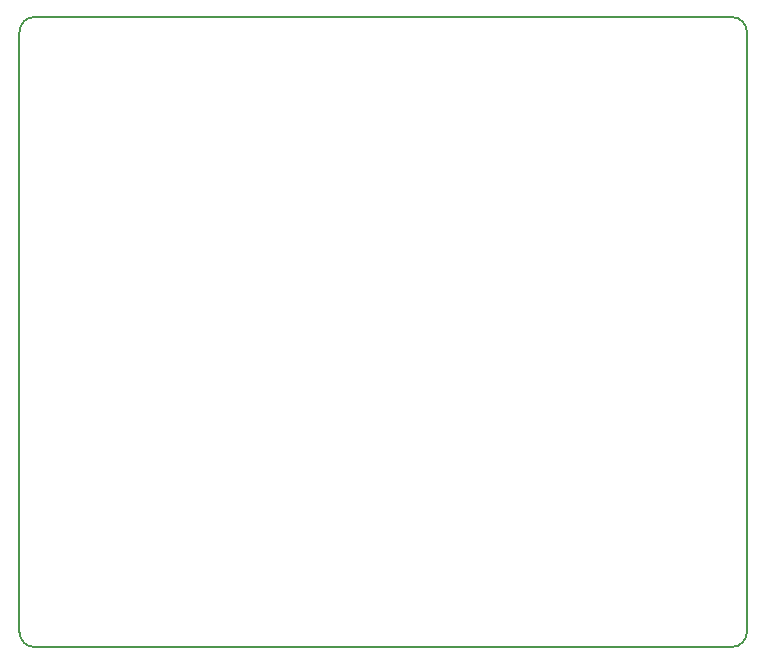
<source format=gbr>
G04 #@! TF.GenerationSoftware,KiCad,Pcbnew,(5.1.10)-1*
G04 #@! TF.CreationDate,2022-01-10T17:11:07+02:00*
G04 #@! TF.ProjectId,samd11d_piano,73616d64-3131-4645-9f70-69616e6f2e6b,rev?*
G04 #@! TF.SameCoordinates,Original*
G04 #@! TF.FileFunction,Profile,NP*
%FSLAX45Y45*%
G04 Gerber Fmt 4.5, Leading zero omitted, Abs format (unit mm)*
G04 Created by KiCad (PCBNEW (5.1.10)-1) date 2022-01-10 17:11:07*
%MOMM*%
%LPD*%
G01*
G04 APERTURE LIST*
G04 #@! TA.AperFunction,Profile*
%ADD10C,0.200000*%
G04 #@! TD*
G04 APERTURE END LIST*
D10*
X12382500Y-4064000D02*
G75*
G02*
X12509500Y-4191000I0J-127000D01*
G01*
X6350000Y-4191000D02*
G75*
G02*
X6477000Y-4064000I127000J0D01*
G01*
X6477000Y-9398000D02*
G75*
G02*
X6350000Y-9271000I0J127000D01*
G01*
X12509500Y-9271000D02*
G75*
G02*
X12382500Y-9398000I-127000J0D01*
G01*
X6477000Y-9398000D02*
X12382500Y-9398000D01*
X6350000Y-4191000D02*
X6350000Y-9271000D01*
X12382500Y-4064000D02*
X6477000Y-4064000D01*
X12509500Y-9271000D02*
X12509500Y-4191000D01*
M02*

</source>
